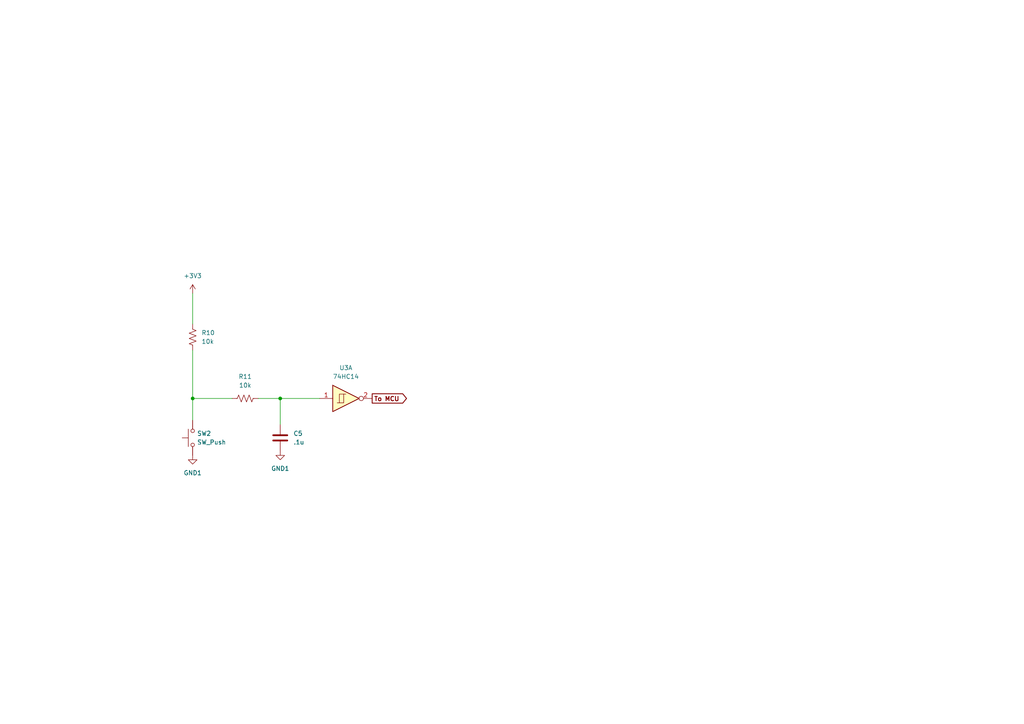
<source format=kicad_sch>
(kicad_sch (version 20211123) (generator eeschema)
  (paper "A4")
  (lib_symbols
    (symbol "74xx:74HC14" (pin_names (offset 1.016))
      (property "Reference" "U" (at 0 1.27 0))
      (property "Value" "74HC14" (at 0 -1.27 0))
      (symbol "74HC14_1_0"
        (polyline (pts (xy -3.81 3.81) (xy -3.81 -3.81) (xy 3.81 0) (xy -3.81 3.81)) (stroke (width 0.254)) (fill (type background)))
        (pin input line (at -7.62 0 0) (length 3.81) (name "~") (number "1"))
        (pin output inverted (at 7.62 0 180) (length 3.81) (name "~") (number "2"))
      )
      (symbol "74HC14_1_1"
        (polyline (pts (xy -1.905 -1.27) (xy -1.905 1.27) (xy -0.635 1.27)))
        (polyline (pts (xy -2.54 -1.27) (xy -0.635 -1.27) (xy -0.635 1.27) (xy 0 1.27)))
      )
      (symbol "74HC14_2_0"
        (polyline (pts (xy -3.81 3.81) (xy -3.81 -3.81) (xy 3.81 0) (xy -3.81 3.81)) (stroke (width 0.254)) (fill (type background)))
        (pin input line (at -7.62 0 0) (length 3.81) (name "~") (number "3"))
        (pin output inverted (at 7.62 0 180) (length 3.81) (name "~") (number "4"))
      )
      (symbol "74HC14_2_1"
        (polyline (pts (xy -1.905 -1.27) (xy -1.905 1.27) (xy -0.635 1.27)))
        (polyline (pts (xy -2.54 -1.27) (xy -0.635 -1.27) (xy -0.635 1.27) (xy 0 1.27)))
      )
      (symbol "74HC14_3_0"
        (polyline (pts (xy -3.81 3.81) (xy -3.81 -3.81) (xy 3.81 0) (xy -3.81 3.81)) (stroke (width 0.254)) (fill (type background)))
        (pin input line (at -7.62 0 0) (length 3.81) (name "~") (number "5"))
        (pin output inverted (at 7.62 0 180) (length 3.81) (name "~") (number "6"))
      )
      (symbol "74HC14_3_1"
        (polyline (pts (xy -1.905 -1.27) (xy -1.905 1.27) (xy -0.635 1.27)))
        (polyline (pts (xy -2.54 -1.27) (xy -0.635 -1.27) (xy -0.635 1.27) (xy 0 1.27)))
      )
      (symbol "74HC14_4_0"
        (polyline (pts (xy -3.81 3.81) (xy -3.81 -3.81) (xy 3.81 0) (xy -3.81 3.81)) (stroke (width 0.254)) (fill (type background)))
        (pin output inverted (at 7.62 0 180) (length 3.81) (name "~") (number "8"))
        (pin input line (at -7.62 0 0) (length 3.81) (name "~") (number "9"))
      )
      (symbol "74HC14_4_1"
        (polyline (pts (xy -1.905 -1.27) (xy -1.905 1.27) (xy -0.635 1.27)))
        (polyline (pts (xy -2.54 -1.27) (xy -0.635 -1.27) (xy -0.635 1.27) (xy 0 1.27)))
      )
      (symbol "74HC14_5_0"
        (polyline (pts (xy -3.81 3.81) (xy -3.81 -3.81) (xy 3.81 0) (xy -3.81 3.81)) (stroke (width 0.254)) (fill (type background)))
        (pin output inverted (at 7.62 0 180) (length 3.81) (name "~") (number "10"))
        (pin input line (at -7.62 0 0) (length 3.81) (name "~") (number "11"))
      )
      (symbol "74HC14_5_1"
        (polyline (pts (xy -1.905 -1.27) (xy -1.905 1.27) (xy -0.635 1.27)))
        (polyline (pts (xy -2.54 -1.27) (xy -0.635 -1.27) (xy -0.635 1.27) (xy 0 1.27)))
      )
      (symbol "74HC14_6_0"
        (polyline (pts (xy -3.81 3.81) (xy -3.81 -3.81) (xy 3.81 0) (xy -3.81 3.81)) (stroke (width 0.254)) (fill (type background)))
        (pin output inverted (at 7.62 0 180) (length 3.81) (name "~") (number "12"))
        (pin input line (at -7.62 0 0) (length 3.81) (name "~") (number "13"))
      )
      (symbol "74HC14_6_1"
        (polyline (pts (xy -1.905 -1.27) (xy -1.905 1.27) (xy -0.635 1.27)))
        (polyline (pts (xy -2.54 -1.27) (xy -0.635 -1.27) (xy -0.635 1.27) (xy 0 1.27)))
      )
      (symbol "74HC14_7_0"
        (pin power_in line (at 0 12.7 270) (length 5.08) (name "VCC") (number "14"))
        (pin power_in line (at 0 -12.7 90) (length 5.08) (name "GND") (number "7"))
      )
      (symbol "74HC14_7_1"
        (rectangle (start -5.08 7.62) (end 5.08 -7.62) (stroke (width 0.254)) (fill (type background)))
      )
    )
    (symbol "Device:C" (pin_numbers hide) (pin_names (offset 0.254))
      (property "Reference" "C" (at 0.635 2.54 0))
      (property "Value" "C" (at 0.635 -2.54 0))
      (symbol "C_0_1"
        (polyline (pts (xy -2.032 -0.762) (xy 2.032 -0.762)) (stroke (width 0.508)))
        (polyline (pts (xy -2.032 0.762) (xy 2.032 0.762)) (stroke (width 0.508)))
      )
      (symbol "C_1_1"
        (pin passive line (at 0 3.81 270) (length 2.794) (name "~") (number "1"))
        (pin passive line (at 0 -3.81 90) (length 2.794) (name "~") (number "2"))
      )
    )
    (symbol "Device:R_US" (pin_numbers hide) (pin_names (offset 0))
      (property "Reference" "R" (at 2.54 0 90))
      (property "Value" "R_US" (at -2.54 0 90))
      (symbol "R_US_0_1"
        (polyline (pts (xy 0 -2.286) (xy 0 -2.54)))
        (polyline (pts (xy 0 2.286) (xy 0 2.54)))
        (polyline (pts (xy 0 -0.762) (xy 1.016 -1.143) (xy 0 -1.524) (xy -1.016 -1.905) (xy 0 -2.286)))
        (polyline (pts (xy 0 0.762) (xy 1.016 0.381) (xy 0 0) (xy -1.016 -0.381) (xy 0 -0.762)))
        (polyline (pts (xy 0 2.286) (xy 1.016 1.905) (xy 0 1.524) (xy -1.016 1.143) (xy 0 0.762)))
      )
      (symbol "R_US_1_1"
        (pin passive line (at 0 3.81 270) (length 1.27) (name "~") (number "1"))
        (pin passive line (at 0 -3.81 90) (length 1.27) (name "~") (number "2"))
      )
    )
    (symbol "Switch:SW_Push" (pin_numbers hide) (pin_names (offset 1.016) hide)
      (property "Reference" "SW" (at 1.27 2.54 0))
      (property "Value" "SW_Push" (at 0 -1.524 0))
      (symbol "SW_Push_0_1"
        (circle (center -2.032 0) (radius 0.508))
        (polyline (pts (xy 0 1.27) (xy 0 3.048)))
        (polyline (pts (xy 2.54 1.27) (xy -2.54 1.27)))
        (circle (center 2.032 0) (radius 0.508))
        (pin passive line (at -5.08 0 0) (length 2.54) (name "1") (number "1"))
        (pin passive line (at 5.08 0 180) (length 2.54) (name "2") (number "2"))
      )
    )
    (symbol "power:+3.3V" (power) (pin_names (offset 0))
      (property "Value" "+3.3V" (at 0 3.556 0))
      (symbol "+3.3V_0_1"
        (polyline (pts (xy -0.762 1.27) (xy 0 2.54)))
        (polyline (pts (xy 0 0) (xy 0 2.54)))
        (polyline (pts (xy 0 2.54) (xy 0.762 1.27)))
      )
      (symbol "+3.3V_1_1"
        (pin power_in line (at 0 0 90) (length 0) hide (name "+3V3") (number "1"))
      )
    )
    (symbol "power:GND1" (power) (pin_names (offset 0))
      (property "Value" "GND1" (at 0 -3.81 0))
      (symbol "GND1_0_1"
        (polyline (pts (xy 0 0) (xy 0 -1.27) (xy 1.27 -1.27) (xy 0 -2.54) (xy -1.27 -1.27) (xy 0 -1.27)))
      )
      (symbol "GND1_1_1"
        (pin power_in line (at 0 0 270) (length 0) hide (name "GND1") (number "1"))
      )
    )
  )
  (junction (at 55.88 115.57))
  (junction (at 81.28 115.57))
  (wire (pts (xy 55.88 101.6) (xy 55.88 115.57)))
  (wire (pts (xy 81.28 115.57) (xy 92.71 115.57)))
  (wire (pts (xy 55.88 115.57) (xy 67.31 115.57)))
  (wire (pts (xy 81.28 115.57) (xy 81.28 123.19)))
  (wire (pts (xy 55.88 115.57) (xy 55.88 121.92)))
  (wire (pts (xy 74.93 115.57) (xy 81.28 115.57)))
  (wire (pts (xy 55.88 85.09) (xy 55.88 93.98)))
  (global_label "To MCU" (shape output) (at 107.95 115.57 0) (effects (font bold)) (property "Intersheet References" "${INTERSHEET_REFS}" (effects hide)))
  (symbol (lib_id "Device:C") (at 81.28 127 0) (unit 1)
    (property "Reference" "C5" (at 85.09 125.7299 0) (effects (justify left)))
    (property "Value" ".1u" (at 85.09 128.2699 0) (effects (justify left)))
  )
  (symbol (lib_id "power:GND1") (at 81.28 130.81 0) (unit 1)
    (property "Reference" "#PWR021" (effects hide))
    (property "Value" "GND1" (at 81.28 135.89 0))
  )
  (symbol (lib_id "power:+3.3V") (at 55.88 85.09 0) (unit 1)
    (property "Reference" "#PWR019" (effects hide))
    (property "Value" "+3.3V" (at 55.88 80.01 0))
  )
  (symbol (lib_id "Device:R_US") (at 55.88 97.79 0) (unit 1)
    (property "Reference" "R10" (at 58.42 96.5199 0) (effects (justify left)))
    (property "Value" "10k" (at 58.42 99.0599 0) (effects (justify left)))
  )
  (symbol (lib_id "74xx:74HC14") (at 100.33 115.57 0) (unit 1)
    (property "Reference" "U3" (at 100.33 106.68 0))
    (property "Value" "74HC14" (at 100.33 109.22 0))
    (property "Datasheet" "http://www.ti.com/lit/gpn/sn74HC14" (effects hide))
  )
  (symbol (lib_id "Device:R_US") (at 71.12 115.57 90) (unit 1)
    (property "Reference" "R11" (at 71.12 109.22 90))
    (property "Value" "10k" (at 71.12 111.76 90))
  )
  (symbol (lib_id "Switch:SW_Push") (at 55.88 127 90) (unit 1)
    (property "Reference" "SW2" (at 57.15 125.7299 90) (effects (justify right)))
    (property "Value" "SW_Push" (at 57.15 128.2699 90) (effects (justify right)))
  )
  (symbol (lib_id "power:GND1") (at 55.88 132.08 0) (unit 1)
    (property "Reference" "#PWR020" (effects hide))
    (property "Value" "GND1" (at 55.88 137.16 0))
  )
)
</source>
